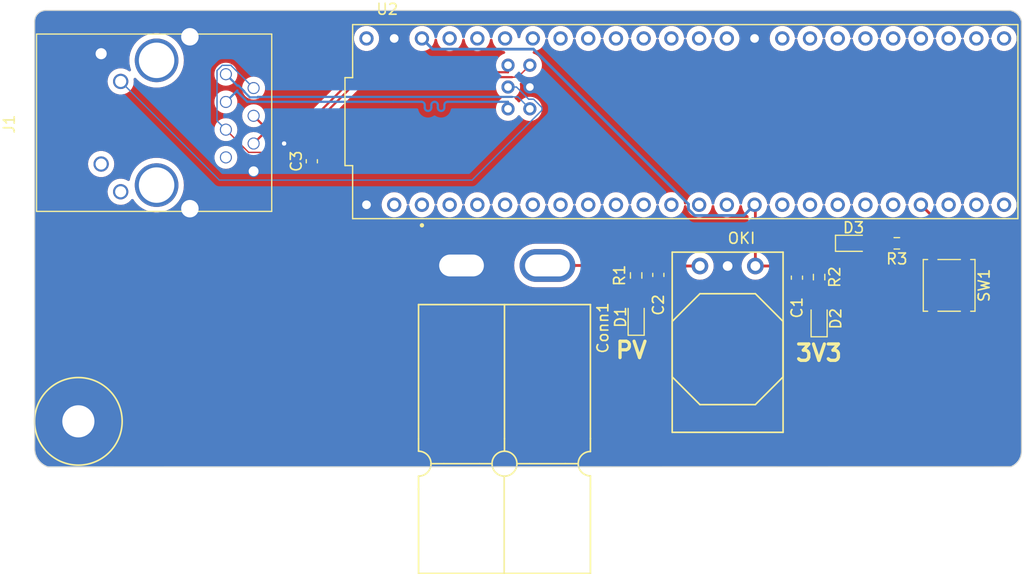
<source format=kicad_pcb>
(kicad_pcb (version 20221018) (generator pcbnew)
  (layers (0 "F.Cu" signal) (31 "B.Cu" signal) (34 "B.Paste" user) (35 "F.Paste" user) (36 "B.SilkS" user "B.Silkscreen") (37 "F.SilkS" user "F.Silkscreen") (38 "B.Mask" user) (39 "F.Mask" user) (44 "Edge.Cuts" user))
  (net 0 "")
  (net 1 "+3V3")
  (net 2 "GND")
  (net 3 "PV")
  (net 4 "Net-(C3-Pad2)")
  (net 5 "Net-(D1-A)")
  (net 6 "Net-(D2-A)")
  (net 7 "Net-(D3-A)")
  (net 9 "Net-(J1-Pad10)")
  (net 11 "/T+")
  (net 12 "/T-")
  (net 14 "/R+")
  (net 15 "/R-")
  (net 16 "Test_Button")
  (footprint "Capacitor_SMD:C_0603_1608Metric_Pad1.08x0.95mm_HandSolder" (layer "F.Cu") (at 103.632 76.0465 90)
    (fp_text reference "C3" (at 0 -1.43 90) (layer "F.SilkS"))
    (fp_text value "0.1uF")
    (fp_line (start -0.146267 -0.51) (end 0.146267 -0.51) (stroke (width 0.12)) (layer "F.SilkS"))
    (fp_line (start -0.146267 0.51) (end 0.146267 0.51) (stroke (width 0.12)) (layer "F.SilkS"))
    (pad "1" smd roundrect (at -0.8625 0 90) (size 1.075 0.95) (layers "F.Cu" "F.Paste" "F.Mask") (net 2 "GND"))
    (pad "2" smd roundrect (at 0.8625 0 90) (size 1.075 0.95) (layers "F.Cu" "F.Paste" "F.Mask") (net 4 "Net-(C3-Pad2)"))
  )
  (footprint "MRDT_Connectors:RJ45_Teensy" (layer "F.Cu") (at 76.408 72.642 -90)
    (fp_text reference "J1" (at 0 0.5 90) (layer "F.SilkS"))
    (fp_text value "RJ45_LED_Shielded")
    (fp_line (start -8.25 -23.55) (end 8 -23.55) (stroke (width 0.12)) (layer "F.SilkS"))
    (fp_line (start -8.25 -2) (end -8.25 -23.55) (stroke (width 0.12)) (layer "F.SilkS"))
    (fp_line (start -8.25 -2) (end 8 -2) (stroke (width 0.12)) (layer "F.SilkS"))
    (fp_line (start 8 -2) (end 8 -23.55) (stroke (width 0.12)) (layer "F.SilkS"))
    (pad "1" thru_hole circle (at -4.57 -19.35 270) (size 1.1 1.1) (drill 0.9) (layers "*.Cu" "*.Mask") (net 11 "/T+"))
    (pad "2" thru_hole circle (at -3.3 -21.89 270) (size 1.1 1.1) (drill 0.9) (layers "*.Cu" "*.Mask") (net 4 "Net-(C3-Pad2)"))
    (pad "3" thru_hole circle (at -2.03 -19.35 270) (size 1.1 1.1) (drill 0.9) (layers "*.Cu" "*.Mask") (net 12 "/T-"))
    (pad "4" thru_hole circle (at -0.76 -21.89 270) (size 1.1 1.1) (drill 0.9) (layers "*.Cu" "*.Mask") (net 14 "/R+"))
    (pad "5" thru_hole circle (at 0.51 -19.35 270) (size 1.1 1.1) (drill 0.9) (layers "*.Cu" "*.Mask") (net 4 "Net-(C3-Pad2)"))
    (pad "6" thru_hole circle (at 1.78 -21.89 270) (size 1.1 1.1) (drill 0.9) (layers "*.Cu" "*.Mask") (net 15 "/R-"))
    (pad "7" thru_hole circle (at 3.05 -19.35 270) (size 1.1 1.1) (drill 0.9) (layers "*.Cu" "*.Mask"))
    (pad "8" thru_hole circle (at 4.32 -21.89 270) (size 1.1 1.1) (drill 0.9) (layers "*.Cu" "*.Mask") (net 2 "GND"))
    (pad "9" thru_hole circle (at -6.45 -7.92 270) (size 1.4 1.4) (drill 1.02) (layers "*.Cu" "*.Mask") (net 2 "GND"))
    (pad "10" thru_hole circle (at -3.91 -9.71 270) (size 1.4 1.4) (drill 1.02) (layers "*.Cu" "*.Mask") (net 9 "Net-(J1-Pad10)"))
    (pad "11" thru_hole circle (at 3.66 -7.92 270) (size 1.4 1.4) (drill 1.02) (layers "*.Cu" "*.Mask"))
    (pad "12" thru_hole circle (at 6.2 -9.71 270) (size 1.4 1.4) (drill 1.02) (layers "*.Cu" "*.Mask"))
    (pad "13" thru_hole circle (at -5.84 -13 270) (size 4 4) (drill 3.25) (layers "*.Cu" "*.Mask"))
    (pad "14" thru_hole circle (at 5.59 -13 270) (size 4 4) (drill 3.25) (layers "*.Cu" "*.Mask"))
    (pad "SH" thru_hole circle (at -8 -16.05 270) (size 2 2) (drill 1.6) (layers "*.Cu" "*.Mask") (net 2 "GND"))
    (pad "SH" thru_hole circle (at 7.75 -16.05 270) (size 2 2) (drill 1.6) (layers "*.Cu" "*.Mask") (net 2 "GND"))
  )
  (footprint "Resistor_SMD:R_0603_1608Metric_Pad0.98x0.95mm_HandSolder" (layer "F.Cu") (at 157.2355 83.566 180)
    (fp_text reference "R3" (at 0 -1.43) (layer "F.SilkS"))
    (fp_text value "120")
    (fp_line (start -0.254724 -0.5225) (end 0.254724 -0.5225) (stroke (width 0.12)) (layer "F.SilkS"))
    (fp_line (start -0.254724 0.5225) (end 0.254724 0.5225) (stroke (width 0.12)) (layer "F.SilkS"))
    (pad "1" smd roundrect (at -0.9125 0 180) (size 0.975 0.95) (layers "F.Cu" "F.Paste" "F.Mask") (net 16 "Test_Button"))
    (pad "2" smd roundrect (at 0.9125 0 180) (size 0.975 0.95) (layers "F.Cu" "F.Paste" "F.Mask") (net 7 "Net-(D3-A)"))
  )
  (footprint "LED_SMD:LED_0603_1608Metric_Pad1.05x0.95mm_HandSolder" (layer "F.Cu") (at 150.114 90.471 90)
    (fp_text reference "D2" (at 0 1.524 90) (layer "F.SilkS"))
    (fp_text value "Green")
    (fp_line (start -1.66 -0.735) (end -1.66 0.735) (stroke (width 0.12)) (layer "F.SilkS"))
    (fp_line (start -1.66 0.735) (end 0.8 0.735) (stroke (width 0.12)) (layer "F.SilkS"))
    (fp_line (start 0.8 -0.735) (end -1.66 -0.735) (stroke (width 0.12)) (layer "F.SilkS"))
    (pad "1" smd roundrect (at -0.875 0 90) (size 1.05 0.95) (layers "F.Cu" "F.Paste" "F.Mask") (net 2 "GND"))
    (pad "2" smd roundrect (at 0.875 0 90) (size 1.05 0.95) (layers "F.Cu" "F.Paste" "F.Mask") (net 6 "Net-(D2-A)"))
  )
  (footprint "MRDT_Devices:OKI_Horizontal" (layer "F.Cu") (at 139.192 85.645)
    (fp_text reference "U1" hide)
    (fp_text value "OKI" (at 3.81 -2.54) (layer "F.SilkS"))
    (fp_line (start -2.54 -1.27) (end 7.62 -1.27) (stroke (width 0.15)) (layer "F.SilkS"))
    (fp_line (start -2.54 5.08) (end 0 2.54) (stroke (width 0.15)) (layer "F.SilkS"))
    (fp_line (start -2.54 10.16) (end -2.54 5.08) (stroke (width 0.15)) (layer "F.SilkS"))
    (fp_line (start -2.54 15.24) (end -2.54 -1.27) (stroke (width 0.15)) (layer "F.SilkS"))
    (fp_line (start -2.54 15.24) (end 7.62 15.24) (stroke (width 0.15)) (layer "F.SilkS"))
    (fp_line (start 0 2.54) (end 5.08 2.54) (stroke (width 0.15)) (layer "F.SilkS"))
    (fp_line (start 0 12.7) (end -2.54 10.16) (stroke (width 0.15)) (layer "F.SilkS"))
    (fp_line (start 5.08 2.54) (end 7.62 5.08) (stroke (width 0.15)) (layer "F.SilkS"))
    (fp_line (start 5.08 12.7) (end 0 12.7) (stroke (width 0.15)) (layer "F.SilkS"))
    (fp_line (start 7.62 -1.27) (end 7.62 15.24) (stroke (width 0.15)) (layer "F.SilkS"))
    (fp_line (start 7.62 5.08) (end 7.62 10.16) (stroke (width 0.15)) (layer "F.SilkS"))
    (fp_line (start 7.62 10.16) (end 5.08 12.7) (stroke (width 0.15)) (layer "F.SilkS"))
    (pad "1" thru_hole circle (at 0 0) (size 1.524 1.524) (drill 0.889) (layers "*.Cu" "*.Mask") (net 3 "PV"))
    (pad "2" thru_hole circle (at 2.54 0) (size 1.524 1.524) (drill 0.889) (layers "*.Cu" "*.Mask") (net 2 "GND"))
    (pad "3" thru_hole circle (at 5.08 0) (size 1.524 1.524) (drill 0.889) (layers "*.Cu" "*.Mask") (net 1 "+3V3"))
  )
  (footprint "MRDT_Connectors:Square_Anderson_2_H_Side_By_Side_PV" (layer "F.Cu") (at 117.048 85.4734 90)
    (fp_text reference "Conn1" (at -5.85 13.25 90) (layer "F.SilkS"))
    (fp_text value "AndersonPP")
    (fp_line (start -28.344 -3.637) (end -28.344 12.111) (stroke (width 0.15)) (layer "F.SilkS"))
    (fp_line (start -28.3186 -3.637) (end -20.5716 -3.637) (stroke (width 0.15)) (layer "F.SilkS"))
    (fp_line (start -28.3186 4.2116) (end -19.4286 4.2116) (stroke (width 0.15)) (layer "F.SilkS"))
    (fp_line (start -20.597 12.111) (end -19.4286 12.111) (stroke (width 0.15)) (layer "F.SilkS"))
    (fp_line (start -20.5716 12.111) (end -28.3186 12.111) (stroke (width 0.15)) (layer "F.SilkS"))
    (fp_line (start -19.4286 -3.637) (end -20.6478 -3.637) (stroke (width 0.15)) (layer "F.SilkS"))
    (fp_line (start -18.2856 -2.494) (end -18.2856 -1.3256) (stroke (width 0.15)) (layer "F.SilkS"))
    (fp_line (start -18.2856 1.951) (end -18.2856 -1.3256) (stroke (width 0.15)) (layer "F.SilkS"))
    (fp_line (start -18.2856 1.951) (end -18.2856 3.094) (stroke (width 0.15)) (layer "F.SilkS"))
    (fp_line (start -18.2856 6.523) (end -18.2856 5.38) (stroke (width 0.15)) (layer "F.SilkS"))
    (fp_line (start -18.2856 6.523) (end -18.2856 9.825) (stroke (width 0.15)) (layer "F.SilkS"))
    (fp_line (start -18.2856 9.7996) (end -18.2856 10.968) (stroke (width 0.15)) (layer "F.SilkS"))
    (fp_line (start -16.025 -3.637) (end -17.1172 -3.637) (stroke (width 0.15)) (layer "F.SilkS"))
    (fp_line (start -15.9996 -3.637) (end -3.706 -3.637) (stroke (width 0.15)) (layer "F.SilkS"))
    (fp_line (start -15.9996 4.237) (end -17.1426 4.237) (stroke (width 0.15)) (layer "F.SilkS"))
    (fp_line (start -15.9996 4.237) (end -3.706 4.237) (stroke (width 0.15)) (layer "F.SilkS"))
    (fp_line (start -15.9996 12.111) (end -3.706 12.111) (stroke (width 0.15)) (layer "F.SilkS"))
    (fp_line (start -15.9742 12.111) (end -17.168 12.111) (stroke (width 0.15)) (layer "F.SilkS"))
    (fp_line (start -3.706 -3.637) (end -3.706 12.111) (stroke (width 0.15)) (layer "F.SilkS"))
    (fp_arc (start -19.4032 12.111) (mid -19.075863 11.320737) (end -18.2856 10.9934) (stroke (width 0.15)) (layer "F.SilkS"))
    (fp_arc (start -18.2856 -2.494) (mid -19.093823 -2.828777) (end -19.4286 -3.637) (stroke (width 0.15)) (layer "F.SilkS"))
    (fp_arc (start -18.2856 10.9934) (mid -17.495337 11.320737) (end -17.168 12.111) (stroke (width 0.15)) (layer "F.SilkS"))
    (fp_arc (start -17.1426 -3.637) (mid -17.477377 -2.828777) (end -18.2856 -2.494) (stroke (width 0.15)) (layer "F.SilkS"))
    (fp_circle (center -18.2856 4.237) (end -18.2856 5.38) (stroke (width 0.15)) (fill none) (layer "F.SilkS"))
    (pad "1" thru_hole oval (at -0.1246 0.3 90) (size 3 5.1) (drill oval 2 4.1) (layers "*.Cu" "*.Mask") (net 2 "GND"))
    (pad "4" thru_hole oval (at -0.1246 8.174 90) (size 3 5.1) (drill oval 2 4.1) (layers "*.Cu" "*.Mask") (net 3 "PV"))
  )
  (footprint "Capacitor_SMD:C_0603_1608Metric_Pad1.08x0.95mm_HandSolder" (layer "F.Cu") (at 148.082 86.7145 -90)
    (fp_text reference "C1" (at 2.7535 0 90) (layer "F.SilkS"))
    (fp_text value "10uF")
    (fp_line (start -0.146267 -0.51) (end 0.146267 -0.51) (stroke (width 0.12)) (layer "F.SilkS"))
    (fp_line (start -0.146267 0.51) (end 0.146267 0.51) (stroke (width 0.12)) (layer "F.SilkS"))
    (pad "1" smd roundrect (at -0.8625 0 270) (size 1.075 0.95) (layers "F.Cu" "F.Paste" "F.Mask") (net 1 "+3V3"))
    (pad "2" smd roundrect (at 0.8625 0 270) (size 1.075 0.95) (layers "F.Cu" "F.Paste" "F.Mask") (net 2 "GND"))
  )
  (footprint "Resistor_SMD:R_0603_1608Metric_Pad0.98x0.95mm_HandSolder" (layer "F.Cu") (at 133.35 86.5105 -90)
    (fp_text reference "R1" (at 0 1.524 90) (layer "F.SilkS"))
    (fp_text value "3k")
    (fp_line (start -0.254724 -0.5225) (end 0.254724 -0.5225) (stroke (width 0.12)) (layer "F.SilkS"))
    (fp_line (start -0.254724 0.5225) (end 0.254724 0.5225) (stroke (width 0.12)) (layer "F.SilkS"))
    (pad "1" smd roundrect (at -0.9125 0 270) (size 0.975 0.95) (layers "F.Cu" "F.Paste" "F.Mask") (net 3 "PV"))
    (pad "2" smd roundrect (at 0.9125 0 270) (size 0.975 0.95) (layers "F.Cu" "F.Paste" "F.Mask") (net 5 "Net-(D1-A)"))
  )
  (footprint "MRDT_Shields:Teensy_4_1_Ethernet" (layer "F.Cu") (at 137.85 72.415)
    (fp_text reference "U2" (at -27.305 -10.295) (layer "F.SilkS"))
    (fp_text value "Teensy4.1_DEV-16771")
    (fp_line (start -31.18 4.03) (end -31.18 -4.03) (stroke (width 0.127)) (layer "F.SilkS"))
    (fp_line (start -30.48 -8.89) (end -30.48 -4.03) (stroke (width 0.127)) (layer "F.SilkS"))
    (fp_line (start -30.48 -8.89) (end 30.48 -8.89) (stroke (width 0.127)) (layer "F.SilkS"))
    (fp_line (start -30.48 -4.03) (end -31.18 -4.03) (stroke (width 0.127)) (layer "F.SilkS"))
    (fp_line (start -30.48 4.03) (end -31.18 4.03) (stroke (width 0.127)) (layer "F.SilkS"))
    (fp_line (start -30.48 8.89) (end -30.48 4.03) (stroke (width 0.127)) (layer "F.SilkS"))
    (fp_line (start 30.48 -8.89) (end 30.48 8.89) (stroke (width 0.127)) (layer "F.SilkS"))
    (fp_line (start 30.48 8.89) (end -30.48 8.89) (stroke (width 0.127)) (layer "F.SilkS"))
    (fp_circle (center -24.13 9.5) (end -24.03 9.5) (stroke (width 0.2)) (fill none) (layer "F.SilkS"))
    (pad "0" thru_hole circle (at -26.67 7.62) (size 1.308 1.308) (drill 0.8) (layers "*.Cu" "*.Mask"))
    (pad "1" thru_hole circle (at -24.13 7.62) (size 1.308 1.308) (drill 0.8) (layers "*.Cu" "*.Mask"))
    (pad "2" thru_hole circle (at -21.59 7.62) (size 1.308 1.308) (drill 0.8) (layers "*.Cu" "*.Mask"))
    (pad "3" thru_hole circle (at -19.05 7.62) (size 1.308 1.308) (drill 0.8) (layers "*.Cu" "*.Mask"))
    (pad "3.3V_1" thru_hole circle (at 6.35 7.62) (size 1.308 1.308) (drill 0.8) (layers "*.Cu" "*.Mask") (net 1 "+3V3"))
    (pad "3.3V_2" thru_hole circle (at -24.13 -7.62) (size 1.308 1.308) (drill 0.8) (layers "*.Cu" "*.Mask") (net 1 "+3V3"))
    (pad "4" thru_hole circle (at -16.51 7.62) (size 1.308 1.308) (drill 0.8) (layers "*.Cu" "*.Mask"))
    (pad "5" thru_hole circle (at -13.97 7.62) (size 1.308 1.308) (drill 0.8) (layers "*.Cu" "*.Mask"))
    (pad "6" thru_hole circle (at -11.43 7.62) (size 1.308 1.308) (drill 0.8) (layers "*.Cu" "*.Mask"))
    (pad "7" thru_hole circle (at -8.89 7.62) (size 1.308 1.308) (drill 0.8) (layers "*.Cu" "*.Mask"))
    (pad "8" thru_hole circle (at -6.35 7.62) (size 1.308 1.308) (drill 0.8) (layers "*.Cu" "*.Mask"))
    (pad "9" thru_hole circle (at -3.81 7.62) (size 1.308 1.308) (drill 0.8) (layers "*.Cu" "*.Mask"))
    (pad "10" thru_hole circle (at -1.27 7.62) (size 1.308 1.308) (drill 0.8) (layers "*.Cu" "*.Mask"))
    (pad "11" thru_hole circle (at 1.27 7.62) (size 1.308 1.308) (drill 0.8) (layers "*.Cu" "*.Mask"))
    (pad "12" thru_hole circle (at 3.81 7.62) (size 1.308 1.308) (drill 0.8) (layers "*.Cu" "*.Mask"))
    (pad "13" thru_hole circle (at 3.81 -7.62) (size 1.308 1.308) (drill 0.8) (layers "*.Cu" "*.Mask"))
    (pad "14" thru_hole circle (at 1.27 -7.62) (size 1.308 1.308) (drill 0.8) (layers "*.Cu" "*.Mask"))
    (pad "15" thru_hole circle (at -1.27 -7.62) (size 1.308 1.308) (drill 0.8) (layers "*.Cu" "*.Mask"))
    (pad "16" thru_hole circle (at -3.81 -7.62) (size 1.308 1.308) (drill 0.8) (layers "*.Cu" "*.Mask"))
    (pad "17" thru_hole circle (at -6.35 -7.62) (size 1.308 1.308) (drill 0.8) (layers "*.Cu" "*.Mask"))
    (pad "18" thru_hole circle (at -8.89 -7.62) (size 1.308 1.308) (drill 0.8) (layers "*.Cu" "*.Mask"))
    (pad "19" thru_hole circle (at -11.43 -7.62) (size 1.308 1.308) (drill 0.8) (layers "*.Cu" "*.Mask"))
    (pad "20" thru_hole circle (at -13.97 -7.62) (size 1.308 1.308) (drill 0.8) (layers "*.Cu" "*.Mask"))
    (pad "21" thru_hole circle (at -16.51 -7.62) (size 1.308 1.308) (drill 0.8) (layers "*.Cu" "*.Mask"))
    (pad "22" thru_hole circle (at -19.05 -7.62) (size 1.308 1.308) (drill 0.8) (layers "*.Cu" "*.Mask"))
    (pad "23" thru_hole circle (at -21.59 -7.62) (size 1.308 1.308) (drill 0.8) (layers "*.Cu" "*.Mask"))
    (pad "24" thru_hole circle (at 8.89 7.62) (size 1.308 1.308) (drill 0.8) (layers "*.Cu" "*.Mask"))
    (pad "25" thru_hole circle (at 11.43 7.62) (size 1.308 1.308) (drill 0.8) (layers "*.Cu" "*.Mask"))
    (pad "26" thru_hole circle (at 13.97 7.62) (size 1.308 1.308) (drill 0.8) (layers "*.Cu" "*.Mask"))
    (pad "27" thru_hole circle (at 16.51 7.62) (size 1.308 1.308) (drill 0.8) (layers "*.Cu" "*.Mask"))
    (pad "28" thru_hole circle (at 19.05 7.62) (size 1.308 1.308) (drill 0.8) (layers "*.Cu" "*.Mask"))
    (pad "29" thru_hole circle (at 21.59 7.62) (size 1.308 1.308) (drill 0.8) (layers "*.Cu" "*.Mask") (net 16 "Test_Button"))
    (pad "30" thru_hole circle (at 24.13 7.62) (size 1.308 1.308) (drill 0.8) (layers "*.Cu" "*.Mask"))
    (pad "31" thru_hole circle (at 26.67 7.62) (size 1.308 1.308) (drill 0.8) (layers "*.Cu" "*.Mask"))
    (pad "32" thru_hole circle (at 29.21 7.62) (size 1.308 1.308) (drill 0.8) (layers "*.Cu" "*.Mask"))
    (pad "33" thru_hole circle (at 29.21 -7.62) (size 1.308 1.308) (drill 0.8) (layers "*.Cu" "*.Mask"))
    (pad "34" thru_hole circle (at 26.67 -7.62) (size 1.308 1.308) (drill 0.8) (layers "*.Cu" "*.Mask"))
    (pad "35" thru_hole circle (at 24.13 -7.62) (size 1.308 1.308) (drill 0.8) (layers "*.Cu" "*.Mask"))
    (pad "36" thru_hole circle (at 21.59 -7.62) (size 1.308 1.308) (drill 0.8) (layers "*.Cu" "*.Mask"))
    (pad "37" thru_hole circle (at 19.05 -7.62) (size 1.308 1.308) (drill 0.8) (layers "*.Cu" "*.Mask"))
    (pad "38" thru_hole circle (at 16.51 -7.62) (size 1.308 1.308) (drill 0.8) (layers "*.Cu" "*.Mask"))
    (pad "39" thru_hole circle (at 13.97 -7.62) (size 1.308 1.308) (drill 0.8) (layers "*.Cu" "*.Mask"))
    (pad "40" thru_hole circle (at 11.43 -7.62) (size 1.308 1.308) (drill 0.8) (layers "*.Cu" "*.Mask"))
    (pad "41" thru_hole circle (at 8.89 -7.62) (size 1.308 1.308) (drill 0.8) (layers "*.Cu" "*.Mask"))
    (pad "GND1" thru_hole circle (at -29.21 7.62) (size 1.308 1.308) (drill 0.8) (layers "*.Cu" "*.Mask") (net 2 "GND"))
    (pad "GND2" thru_hole circle (at 6.35 -7.62) (size 1.308 1.308) (drill 0.8) (layers "*.Cu" "*.Mask") (net 2 "GND"))
    (pad "GND3" thru_hole circle (at -26.67 -7.62) (size 1.308 1.308) (drill 0.8) (layers "*.Cu" "*.Mask") (net 2 "GND"))
    (pad "GND5" thru_hole circle (at -14.24 -3.17) (size 1.208 1.208) (drill 0.7) (layers "*.Cu" "*.Mask") (net 2 "GND"))
    (pad "LED" thru_hole circle (at -16.24 -3.17) (size 1.208 1.208) (drill 0.7) (layers "*.Cu" "*.Mask") (net 9 "Net-(J1-Pad10)"))
    (pad "R+" thru_hole circle (at -16.24 -5.17) (size 1.208 1.208) (drill 0.7) (layers "*.Cu" "*.Mask") (net 14 "/R+"))
    (pad "R-" thru_hole circle (at -14.24 -5.17) (size 1.208 1.208) (drill 0.7) (layers "*.Cu" "*.Mask") (net 15 "/R-"))
    (pad "T+" thru_hole circle (at -14.24 -1.17) (size 1.208 1.208) (drill 0.7) (layers "*.Cu" "*.Mask") (net 11 "/T+"))
    (pad "T-" thru_hole circle (at -16.24 -1.17) (size 1.208 1.208) (drill 0.7) (layers "*.Cu" "*.Mask") (net 12 "/T-"))
    (pad "VIN" thru_hole circle (at -29.21 -7.62) (size 1.308 1.308) (drill 0.8) (layers "*.Cu" "*.Mask"))
  )
  (footprint "LED_SMD:LED_0603_1608Metric_Pad1.05x0.95mm_HandSolder" (layer "F.Cu") (at 133.35 90.33 90)
    (fp_text reference "D1" (at 0 -1.43 90) (layer "F.SilkS"))
    (fp_text value "Green")
    (fp_line (start -1.66 -0.735) (end -1.66 0.735) (stroke (width 0.12)) (layer "F.SilkS"))
    (fp_line (start -1.66 0.735) (end 0.8 0.735) (stroke (width 0.12)) (layer "F.SilkS"))
    (fp_line (start 0.8 -0.735) (end -1.66 -0.735) (stroke (width 0.12)) (layer "F.SilkS"))
    (pad "1" smd roundrect (at -0.875 0 90) (size 1.05 0.95) (layers "F.Cu" "F.Paste" "F.Mask") (net 2 "GND"))
    (pad "2" smd roundrect (at 0.875 0 90) (size 1.05 0.95) (layers "F.Cu" "F.Paste" "F.Mask") (net 5 "Net-(D1-A)"))
  )
  (footprint "Capacitor_SMD:C_0603_1608Metric_Pad1.08x0.95mm_HandSolder" (layer "F.Cu") (at 135.382 86.4605 -90)
    (fp_text reference "C2" (at 2.7535 0 90) (layer "F.SilkS"))
    (fp_text value "10uF")
    (fp_line (start -0.146267 -0.51) (end 0.146267 -0.51) (stroke (width 0.12)) (layer "F.SilkS"))
    (fp_line (start -0.146267 0.51) (end 0.146267 0.51) (stroke (width 0.12)) (layer "F.SilkS"))
    (pad "1" smd roundrect (at -0.8625 0 270) (size 1.075 0.95) (layers "F.Cu" "F.Paste" "F.Mask") (net 3 "PV"))
    (pad "2" smd roundrect (at 0.8625 0 270) (size 1.075 0.95) (layers "F.Cu" "F.Paste" "F.Mask") (net 2 "GND"))
  )
  (footprint "Resistor_SMD:R_0603_1608Metric_Pad0.98x0.95mm_HandSolder" (layer "F.Cu") (at 150.114 86.661 -90)
    (fp_text reference "R2" (at 0 -1.43 90) (layer "F.SilkS"))
    (fp_text value "120")
    (fp_line (start -0.254724 -0.5225) (end 0.254724 -0.5225) (stroke (width 0.12)) (layer "F.SilkS"))
    (fp_line (start -0.254724 0.5225) (end 0.254724 0.5225) (stroke (width 0.12)) (layer "F.SilkS"))
    (pad "1" smd roundrect (at -0.9125 0 270) (size 0.975 0.95) (layers "F.Cu" "F.Paste" "F.Mask") (net 1 "+3V3"))
    (pad "2" smd roundrect (at 0.9125 0 270) (size 0.975 0.95) (layers "F.Cu" "F.Paste" "F.Mask") (net 6 "Net-(D2-A)"))
  )
  (footprint "Button_Switch_SMD:SW_SPST_TL3305A" (layer "F.Cu") (at 162.029 87.42 -90)
    (fp_text reference "SW1" (at 0 -3.2 90) (layer "F.SilkS"))
    (fp_text value "SW_Push")
    (fp_line (start -2.37 -2.37) (end -2.37 -1.97) (stroke (width 0.12)) (layer "F.SilkS"))
    (fp_line (start -2.37 -2.37) (end 2.37 -2.37) (stroke (width 0.12)) (layer "F.SilkS"))
    (fp_line (start -2.37 1.03) (end -2.37 -1.03) (stroke (width 0.12)) (layer "F.SilkS"))
    (fp_line (start -2.37 2.37) (end -2.37 1.97) (stroke (width 0.12)) (layer "F.SilkS"))
    (fp_line (start -2.37 2.37) (end 2.37 2.37) (stroke (width 0.12)) (layer "F.SilkS"))
    (fp_line (start 2.37 -2.37) (end 2.37 -1.97) (stroke (width 0.12)) (layer "F.SilkS"))
    (fp_line (start 2.37 1.03) (end 2.37 -1.03) (stroke (width 0.12)) (layer "F.SilkS"))
    (fp_line (start 2.37 2.37) (end 2.37 1.97) (stroke (width 0.12)) (layer "F.SilkS"))
    (pad "1" smd rect (at -3.6 -1.5 270) (size 1.6 1.4) (layers "F.Cu" "F.Paste" "F.Mask") (net 1 "+3V3"))
    (pad "1" smd rect (at 3.6 -1.5 270) (size 1.6 1.4) (layers "F.Cu" "F.Paste" "F.Mask") (net 1 "+3V3"))
    (pad "2" smd rect (at -3.6 1.5 270) (size 1.6 1.4) (layers "F.Cu" "F.Paste" "F.Mask") (net 16 "Test_Button"))
    (pad "2" smd rect (at 3.6 1.5 270) (size 1.6 1.4) (layers "F.Cu" "F.Paste" "F.Mask") (net 16 "Test_Button"))
  )
  (footprint "MRDT_Drill_Holes:4_40_Hole_Corner" (layer "F.Cu") (at 78.232 103.886)
    (fp_text reference "REF**" hide)
    (fp_text value "4_40_Hole" hide)
    (fp_circle (center 4.00812 -4.00812) (end 4.00812 0.00508) (stroke (width 0.15)) (fill none) (layer "F.SilkS"))
    (pad "" np_thru_hole circle (at 4.00812 -4.00812) (size 2.9464 2.9464) (drill 2.9464) (layers "*.Cu" "*.Mask") (clearance 2.5))
  )
  (footprint "LED_SMD:LED_0603_1608Metric_Pad1.05x0.95mm_HandSolder" (layer "F.Cu") (at 153.275 83.566)
    (fp_text reference "D3" (at 0 -1.43) (layer "F.SilkS"))
    (fp_text value "Green")
    (fp_line (start -1.66 -0.735) (end -1.66 0.735) (stroke (width 0.12)) (layer "F.SilkS"))
    (fp_line (start -1.66 0.735) (end 0.8 0.735) (stroke (width 0.12)) (layer "F.SilkS"))
    (fp_line (start 0.8 -0.735) (end -1.66 -0.735) (stroke (width 0.12)) (layer "F.SilkS"))
    (pad "1" smd roundrect (at -0.875 0) (size 1.05 0.95) (layers "F.Cu" "F.Paste" "F.Mask") (net 2 "GND"))
    (pad "2" smd roundrect (at 0.875 0) (size 1.05 0.95) (layers "F.Cu" "F.Paste" "F.Mask") (net 7 "Net-(D3-A)"))
  )
  (gr_arc (start 78.232 63.246) (mid 78.52958 62.52758) (end 79.248 62.23) (stroke (width 0.1)) (layer "Edge.Cuts"))
  (gr_arc (start 168.656 102.616) (mid 168.393974 103.470398) (end 167.697999 104.030998) (stroke (width 0.1)) (layer "Edge.Cuts"))
  (gr_arc (start 167.64 62.230001) (mid 168.301809 62.584191) (end 168.655999 63.246) (stroke (width 0.1)) (layer "Edge.Cuts"))
  (gr_line (start 168.655999 63.246) (end 168.656 102.616) (stroke (width 0.1)) (layer "Edge.Cuts"))
  (gr_line (start 167.697999 104.030998) (end 79.447747 104.048759) (stroke (width 0.1)) (layer "Edge.Cuts"))
  (gr_line (start 78.232 102.362) (end 78.232 63.246) (stroke (width 0.1)) (layer "Edge.Cuts"))
  (gr_arc (start 79.447747 104.048759) (mid 78.567611 103.401615) (end 78.232 102.362) (stroke (width 0.1)) (layer "Edge.Cuts"))
  (gr_line (start 79.248 62.23) (end 167.64 62.230001) (stroke (width 0.1)) (layer "Edge.Cuts"))
  (gr_text "Button" (at 158.242 94.488) (layer "F.Cu") (effects (font (size 1.5 1.5) (thickness 0.3) bold) (justify left bottom)))
  (gr_text "3V3" (at 147.828 94.488) (layer "F.SilkS") (effects (font (size 1.5 1.5) (thickness 0.3) bold) (justify left bottom)))
  (gr_text "PV" (at 131.318 94.234) (layer "F.SilkS") (effects (font (size 1.5 1.5) (thickness 0.3) bold) (justify left bottom)))
  (segment (start 159.502 92.147) (end 162.402 92.147) (width 0.254) (layer "F.Cu") (net 1))
  (segment (start 147.875 85.645) (end 148.082 85.852) (width 0.254) (layer "F.Cu") (net 1))
  (segment (start 144.272 80.107) (end 144.2 80.035) (width 0.254) (layer "F.Cu") (net 1))
  (segment (start 144.272 85.645) (end 144.272 80.107) (width 0.254) (layer "F.Cu") (net 1))
  (segment (start 162.402 92.147) (end 163.529 91.02) (width 0.254) (layer "F.Cu") (net 1))
  (segment (start 150.114 85.7485) (end 153.1035 85.7485) (width 0.254) (layer "F.Cu") (net 1))
  (segment (start 163.529 91.02) (end 163.529 83.82) (width 0.127) (layer "F.Cu") (net 1))
  (segment (start 153.1035 85.7485) (end 159.502 92.147) (width 0.254) (layer "F.Cu") (net 1))
  (segment (start 150.0105 85.852) (end 150.114 85.7485) (width 0.254) (layer "F.Cu") (net 1))
  (segment (start 148.082 85.852) (end 150.0105 85.852) (width 0.254) (layer "F.Cu") (net 1))
  (segment (start 144.272 85.645) (end 147.875 85.645) (width 0.254) (layer "F.Cu") (net 1))
  (segment (start 138.139 79.973) (end 123.942 65.776) (width 0.254) (layer "B.Cu") (net 1))
  (segment (start 143.219 81.016) (end 138.713656 81.016) (width 0.254) (layer "B.Cu") (net 1))
  (segment (start 138.139 80.441344) (end 138.139 79.973) (width 0.254) (layer "B.Cu") (net 1))
  (segment (start 114.701 65.776) (end 113.72 64.795) (width 0.254) (layer "B.Cu") (net 1))
  (segment (start 144.2 80.035) (end 143.219 81.016) (width 0.254) (layer "B.Cu") (net 1))
  (segment (start 123.942 65.776) (end 114.701 65.776) (width 0.254) (layer "B.Cu") (net 1))
  (segment (start 138.713656 81.016) (end 138.139 80.441344) (width 0.254) (layer "B.Cu") (net 1))
  (via (at 101.092 74.422) (size 0.8) (drill 0.4) (layers "F.Cu" "B.Cu") (net 2))
  (segment (start 135.429 85.645) (end 139.192 85.645) (width 0.254) (layer "F.Cu") (net 3))
  (segment (start 133.35 85.598) (end 135.382 85.598) (width 0.254) (layer "F.Cu") (net 3))
  (segment (start 135.382 85.598) (end 135.429 85.645) (width 0.254) (layer "F.Cu") (net 3))
  (segment (start 125.222 85.598) (end 133.35 85.598) (width 0.254) (layer "F.Cu") (net 3))
  (segment (start 103.632 75.184) (end 103.5805 75.2355) (width 0.127) (layer "F.Cu") (net 4))
  (segment (start 103.5805 75.2355) (end 97.8415 75.2355) (width 0.127) (layer "F.Cu") (net 4))
  (segment (start 97.8415 75.2355) (end 95.758 73.152) (width 0.127) (layer "F.Cu") (net 4))
  (segment (start 94.9445 67.735037) (end 95.421037 67.2585) (width 0.127) (layer "B.Cu") (net 4))
  (segment (start 95.758 73.152) (end 94.9445 72.3385) (width 0.127) (layer "B.Cu") (net 4))
  (segment (start 94.9445 72.3385) (end 94.9445 67.735037) (width 0.127) (layer "B.Cu") (net 4))
  (segment (start 95.421037 67.2585) (end 96.2145 67.2585) (width 0.127) (layer "B.Cu") (net 4))
  (segment (start 96.2145 67.2585) (end 98.298 69.342) (width 0.127) (layer "B.Cu") (net 4))
  (segment (start 133.35 87.423) (end 133.35 89.455) (width 0.254) (layer "F.Cu") (net 5))
  (segment (start 150.114 89.596) (end 150.114 87.5735) (width 0.254) (layer "F.Cu") (net 6))
  (segment (start 154.15 83.566) (end 156.323 83.566) (width 0.254) (layer "F.Cu") (net 7))
  (segment (start 123.496169 70.358) (end 123.949831 70.358) (width 0.127) (layer "B.Cu") (net 9))
  (segment (start 123.949831 70.358) (end 124.714 71.122169) (width 0.127) (layer "B.Cu") (net 9))
  (segment (start 124.714 71.374) (end 118.3125 77.7755) (width 0.127) (layer "B.Cu") (net 9))
  (segment (start 121.61 69.245) (end 122.383169 69.245) (width 0.127) (layer "B.Cu") (net 9))
  (segment (start 124.714 71.122169) (end 124.714 71.374) (width 0.127) (layer "B.Cu") (net 9))
  (segment (start 118.3125 77.7755) (end 95.1615 77.7755) (width 0.127) (layer "B.Cu") (net 9))
  (segment (start 122.383169 69.245) (end 123.496169 70.358) (width 0.127) (layer "B.Cu") (net 9))
  (segment (start 95.1615 77.7755) (end 86.118 68.732) (width 0.127) (layer "B.Cu") (net 9))
  (segment (start 98.693082 70.149) (end 98.650082 70.192) (width 0.2) (layer "B.Cu") (net 11))
  (segment (start 123.61 71.245) (end 122.514 70.149) (width 0.127) (layer "B.Cu") (net 11))
  (segment (start 122.514 70.149) (end 121.98445 70.149) (width 0.127) (layer "B.Cu") (net 11))
  (segment (start 121.98445 70.149) (end 98.693082 70.149) (width 0.2) (layer "B.Cu") (net 11))
  (segment (start 97.945918 70.192) (end 97.448 69.694082) (width 0.2) (layer "B.Cu") (net 11))
  (segment (start 96.918683 69.116999) (end 96.802999 69.116999) (width 0.2) (layer "B.Cu") (net 11))
  (segment (start 97.448 69.694082) (end 97.448 69.646316) (width 0.2) (layer "B.Cu") (net 11))
  (segment (start 97.448 69.646316) (end 96.918683 69.116999) (width 0.2) (layer "B.Cu") (net 11))
  (segment (start 98.650082 70.192) (end 97.945918 70.192) (width 0.2) (layer "B.Cu") (net 11))
  (segment (start 96.802999 69.116999) (end 95.758 68.072) (width 0.2) (layer "B.Cu") (net 11))
  (segment (start 121.61 70.59898) (end 116.078 70.59898) (width 0.2) (layer "B.Cu") (net 12))
  (segment (start 97.71653 70.59898) (end 96.802999 69.685449) (width 0.2) (layer "B.Cu") (net 12))
  (segment (start 111.091886 70.59898) (end 97.71653 70.59898) (width 0.2) (layer "B.Cu") (net 12))
  (segment (start 115.178 71.139409) (end 115.178 70.89898) (width 0.2) (layer "B.Cu") (net 12))
  (segment (start 113.678 70.59898) (end 111.091886 70.59898) (width 0.2) (layer "B.Cu") (net 12))
  (segment (start 115.778 70.89898) (end 115.778 71.139409) (width 0.2) (layer "B.Cu") (net 12))
  (segment (start 114.578 70.89898) (end 114.578 71.139409) (width 0.2) (layer "B.Cu") (net 12))
  (segment (start 96.802999 69.685449) (end 96.802999 69.567001) (width 0.2) (layer "B.Cu") (net 12))
  (segment (start 113.978 71.139409) (end 113.978 70.89898) (width 0.2) (layer "B.Cu") (net 12))
  (segment (start 96.802999 69.567001) (end 95.758 70.612) (width 0.2) (layer "B.Cu") (net 12))
  (segment (start 121.61 71.245) (end 121.61 70.59898) (width 0.2) (layer "B.Cu") (net 12))
  (arc (start 115.478 71.439409) (mid 115.265868 71.351541) (end 115.178 71.139409) (width 0.2) (layer "B.Cu") (net 12))
  (arc (start 115.778 71.139409) (mid 115.690132 71.351541) (end 115.478 71.439409) (width 0.2) (layer "B.Cu") (net 12))
  (arc (start 115.178 70.89898) (mid 115.090132 70.686848) (end 114.878 70.59898) (width 0.2) (layer "B.Cu") (net 12))
  (arc (start 114.578 71.139409) (mid 114.490132 71.351541) (end 114.278 71.439409) (width 0.2) (layer "B.Cu") (net 12))
  (arc (start 116.078 70.59898) (mid 115.865868 70.686848) (end 115.778 70.89898) (width 0.2) (layer "B.Cu") (net 12))
  (arc (start 114.878 70.59898) (mid 114.665868 70.686848) (end 114.578 70.89898) (width 0.2) (layer "B.Cu") (net 12))
  (arc (start 113.978 70.89898) (mid 113.890132 70.686848) (end 113.678 70.59898) (width 0.2) (layer "B.Cu") (net 12))
  (arc (start 114.278 71.439409) (mid 114.065868 71.351541) (end 113.978 71.139409) (width 0.2) (layer "B.Cu") (net 12))
  (segment (start 109.614 67.89102) (end 109.258475 67.89102) (width 0.2) (layer "F.Cu") (net 14))
  (segment (start 110.514 67.59102) (end 110.514 67.426654) (width 0.2) (layer "F.Cu") (net 14))
  (segment (start 111.114 67.426666) (end 111.114 67.59102) (width 0.2) (layer "F.Cu") (net 14))
  (segment (start 99.342999 72.926999) (end 98.298 71.882) (width 0.2) (layer "F.Cu") (net 14))
  (segment (start 109.258475 67.89102) (end 107.974972 67.89102) (width 0.2) (layer "F.Cu") (net 14))
  (segment (start 111.714 67.59102) (end 111.714 67.426666) (width 0.2) (layer "F.Cu") (net 14))
  (segment (start 107.974972 67.89102) (end 102.938993 72.926999) (width 0.2) (layer "F.Cu") (net 14))
  (segment (start 109.914 67.426654) (end 109.914 67.59102) (width 0.2) (layer "F.Cu") (net 14))
  (segment (start 121.61 67.89102) (end 112.014 67.89102) (width 0.2) (layer "F.Cu") (net 14))
  (segment (start 102.938993 72.926999) (end 99.342999 72.926999) (width 0.2) (layer "F.Cu") (net 14))
  (segment (start 121.61 67.245) (end 121.61 67.89102) (width 0.2) (layer "F.Cu") (net 14))
  (arc (start 111.114 67.59102) (mid 111.026132 67.803152) (end 110.814 67.89102) (width 0.2) (layer "F.Cu") (net 14))
  (arc (start 110.814 67.89102) (mid 110.601868 67.803152) (end 110.514 67.59102) (width 0.2) (layer "F.Cu") (net 14))
  (arc (start 112.014 67.89102) (mid 111.801868 67.803152) (end 111.714 67.59102) (width 0.2) (layer "F.Cu") (net 14))
  (arc (start 110.214 67.126654) (mid 110.001868 67.214522) (end 109.914 67.426654) (width 0.2) (layer "F.Cu") (net 14))
  (arc (start 111.714 67.426666) (mid 111.626132 67.214534) (end 111.414 67.126666) (width 0.2) (layer "F.Cu") (net 14))
  (arc (start 110.514 67.426654) (mid 110.426132 67.214522) (end 110.214 67.126654) (width 0.2) (layer "F.Cu") (net 14))
  (arc (start 109.914 67.59102) (mid 109.826132 67.803152) (end 109.614 67.89102) (width 0.2) (layer "F.Cu") (net 14))
  (arc (start 111.414 67.126666) (mid 111.201868 67.214534) (end 111.114 67.426666) (width 0.2) (layer "F.Cu") (net 14))
  (segment (start 108.16136 68.341) (end 121.98445 68.341) (width 0.2) (layer "F.Cu") (net 15))
  (segment (start 123.61 67.245) (end 122.514 68.341) (width 0.127) (layer "F.Cu") (net 15))
  (segment (start 98.298 74.422) (end 99.342999 73.377001) (width 0.2) (layer "F.Cu") (net 15))
  (segment (start 103.125359 73.377001) (end 108.16136 68.341) (width 0.2) (layer "F.Cu") (net 15))
  (segment (start 122.514 68.341) (end 121.98445 68.341) (width 0.127) (layer "F.Cu") (net 15))
  (segment (start 99.342999 73.377001) (end 103.125359 73.377001) (width 0.2) (layer "F.Cu") (net 15))
  (segment (start 160.529 81.124) (end 159.44 80.035) (width 0.254) (layer "F.Cu") (net 16))
  (segment (start 158.148 83.566) (end 160.275 83.566) (width 0.254) (layer "F.Cu") (net 16))
  (segment (start 160.529 83.82) (end 160.529 91.02) (width 0.254) (layer "F.Cu") (net 16))
  (segment (start 160.275 83.566) (end 160.529 83.82) (width 0.254) (layer "F.Cu") (net 16))
  (segment (start 160.529 83.82) (end 160.529 81.124) (width 0.254) (layer "F.Cu") (net 16))
  (zone (net 2) (net_name "GND") (layers "F&B.Cu") (connect_pads yes (clearance 0.5)) (min_thickness 0.25) (fill yes (thermal_gap 0.5) (thermal_bridge_width 0.5))
    (polygon (pts (xy 78.232 104.14) (xy 168.656 104.394) (xy 168.91 62.23) (xy 78.232 62.23)))
  )
)
</source>
